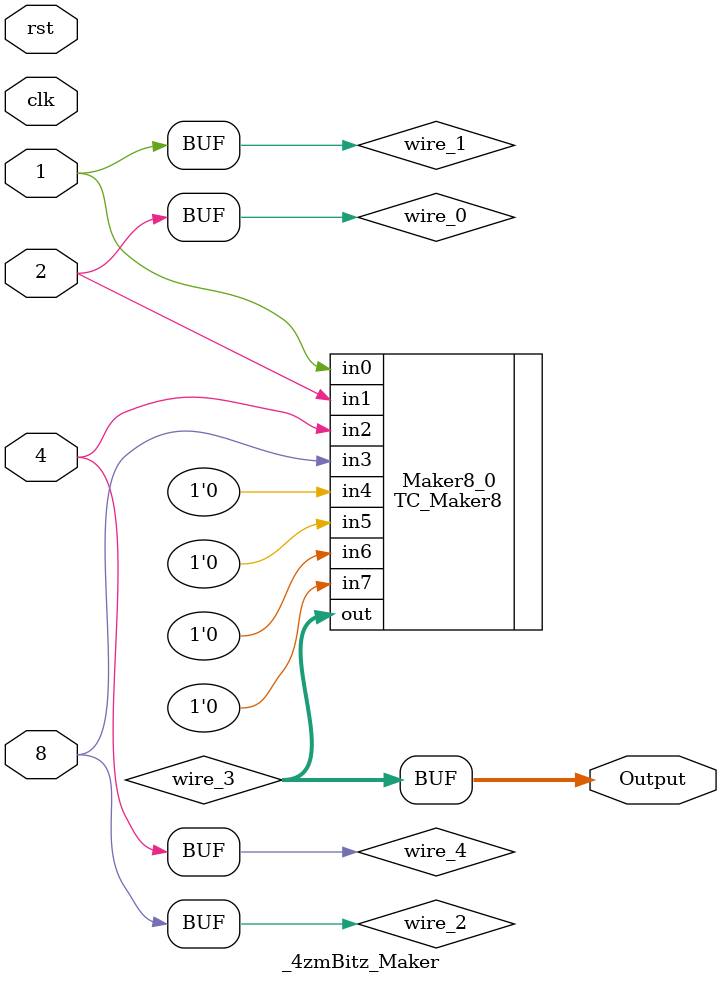
<source format=v>
module _4zmBitz_Maker (clk, rst, \1 , \2 , \4 , \8 , Output);
  parameter UUID = 0;
  parameter NAME = "";
  input wire clk;
  input wire rst;

  input  wire [0:0] \1 ;
  input  wire [0:0] \2 ;
  input  wire [0:0] \4 ;
  input  wire [0:0] \8 ;
  output  wire [7:0] Output;

  TC_Maker8 # (.UUID(64'd1053918444515159786 ^ UUID)) Maker8_0 (.in0(wire_1), .in1(wire_0), .in2(wire_4), .in3(wire_2), .in4(1'd0), .in5(1'd0), .in6(1'd0), .in7(1'd0), .out(wire_3));
  TC_Constant # (.UUID(64'd3557036266461298560 ^ UUID), .BIT_WIDTH(64'd1), .value(1'd0)) Off_1 (.out());
  TC_Constant # (.UUID(64'd549283519447311783 ^ UUID), .BIT_WIDTH(64'd1), .value(1'd0)) Off_2 (.out());
  TC_Constant # (.UUID(64'd107947252467539846 ^ UUID), .BIT_WIDTH(64'd1), .value(1'd0)) Off_3 (.out());
  TC_Constant # (.UUID(64'd3986086581078435040 ^ UUID), .BIT_WIDTH(64'd1), .value(1'd0)) Off_4 (.out());

  wire [0:0] wire_0;
  assign wire_0 = \2 ;
  wire [0:0] wire_1;
  assign wire_1 = \1 ;
  wire [0:0] wire_2;
  assign wire_2 = \8 ;
  wire [7:0] wire_3;
  assign Output = wire_3;
  wire [0:0] wire_4;
  assign wire_4 = \4 ;

endmodule

</source>
